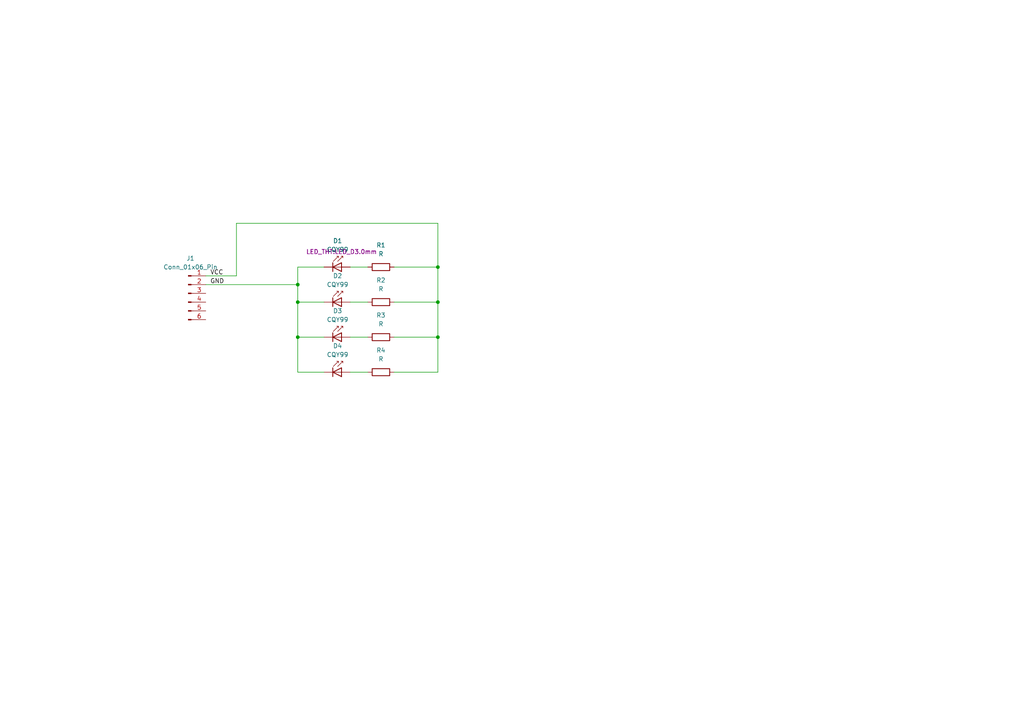
<source format=kicad_sch>
(kicad_sch
	(version 20250114)
	(generator "eeschema")
	(generator_version "9.0")
	(uuid "5707e342-92af-48c7-8bac-75c58529329a")
	(paper "A4")
	(lib_symbols
		(symbol "Connector:Conn_01x06_Pin"
			(pin_names
				(offset 1.016)
				(hide yes)
			)
			(exclude_from_sim no)
			(in_bom yes)
			(on_board yes)
			(property "Reference" "J"
				(at 0 7.62 0)
				(effects
					(font
						(size 1.27 1.27)
					)
				)
			)
			(property "Value" "Conn_01x06_Pin"
				(at 0 -10.16 0)
				(effects
					(font
						(size 1.27 1.27)
					)
				)
			)
			(property "Footprint" ""
				(at 0 0 0)
				(effects
					(font
						(size 1.27 1.27)
					)
					(hide yes)
				)
			)
			(property "Datasheet" "~"
				(at 0 0 0)
				(effects
					(font
						(size 1.27 1.27)
					)
					(hide yes)
				)
			)
			(property "Description" "Generic connector, single row, 01x06, script generated"
				(at 0 0 0)
				(effects
					(font
						(size 1.27 1.27)
					)
					(hide yes)
				)
			)
			(property "ki_locked" ""
				(at 0 0 0)
				(effects
					(font
						(size 1.27 1.27)
					)
				)
			)
			(property "ki_keywords" "connector"
				(at 0 0 0)
				(effects
					(font
						(size 1.27 1.27)
					)
					(hide yes)
				)
			)
			(property "ki_fp_filters" "Connector*:*_1x??_*"
				(at 0 0 0)
				(effects
					(font
						(size 1.27 1.27)
					)
					(hide yes)
				)
			)
			(symbol "Conn_01x06_Pin_1_1"
				(rectangle
					(start 0.8636 5.207)
					(end 0 4.953)
					(stroke
						(width 0.1524)
						(type default)
					)
					(fill
						(type outline)
					)
				)
				(rectangle
					(start 0.8636 2.667)
					(end 0 2.413)
					(stroke
						(width 0.1524)
						(type default)
					)
					(fill
						(type outline)
					)
				)
				(rectangle
					(start 0.8636 0.127)
					(end 0 -0.127)
					(stroke
						(width 0.1524)
						(type default)
					)
					(fill
						(type outline)
					)
				)
				(rectangle
					(start 0.8636 -2.413)
					(end 0 -2.667)
					(stroke
						(width 0.1524)
						(type default)
					)
					(fill
						(type outline)
					)
				)
				(rectangle
					(start 0.8636 -4.953)
					(end 0 -5.207)
					(stroke
						(width 0.1524)
						(type default)
					)
					(fill
						(type outline)
					)
				)
				(rectangle
					(start 0.8636 -7.493)
					(end 0 -7.747)
					(stroke
						(width 0.1524)
						(type default)
					)
					(fill
						(type outline)
					)
				)
				(polyline
					(pts
						(xy 1.27 5.08) (xy 0.8636 5.08)
					)
					(stroke
						(width 0.1524)
						(type default)
					)
					(fill
						(type none)
					)
				)
				(polyline
					(pts
						(xy 1.27 2.54) (xy 0.8636 2.54)
					)
					(stroke
						(width 0.1524)
						(type default)
					)
					(fill
						(type none)
					)
				)
				(polyline
					(pts
						(xy 1.27 0) (xy 0.8636 0)
					)
					(stroke
						(width 0.1524)
						(type default)
					)
					(fill
						(type none)
					)
				)
				(polyline
					(pts
						(xy 1.27 -2.54) (xy 0.8636 -2.54)
					)
					(stroke
						(width 0.1524)
						(type default)
					)
					(fill
						(type none)
					)
				)
				(polyline
					(pts
						(xy 1.27 -5.08) (xy 0.8636 -5.08)
					)
					(stroke
						(width 0.1524)
						(type default)
					)
					(fill
						(type none)
					)
				)
				(polyline
					(pts
						(xy 1.27 -7.62) (xy 0.8636 -7.62)
					)
					(stroke
						(width 0.1524)
						(type default)
					)
					(fill
						(type none)
					)
				)
				(pin passive line
					(at 5.08 5.08 180)
					(length 3.81)
					(name "Pin_1"
						(effects
							(font
								(size 1.27 1.27)
							)
						)
					)
					(number "1"
						(effects
							(font
								(size 1.27 1.27)
							)
						)
					)
				)
				(pin passive line
					(at 5.08 2.54 180)
					(length 3.81)
					(name "Pin_2"
						(effects
							(font
								(size 1.27 1.27)
							)
						)
					)
					(number "2"
						(effects
							(font
								(size 1.27 1.27)
							)
						)
					)
				)
				(pin passive line
					(at 5.08 0 180)
					(length 3.81)
					(name "Pin_3"
						(effects
							(font
								(size 1.27 1.27)
							)
						)
					)
					(number "3"
						(effects
							(font
								(size 1.27 1.27)
							)
						)
					)
				)
				(pin passive line
					(at 5.08 -2.54 180)
					(length 3.81)
					(name "Pin_4"
						(effects
							(font
								(size 1.27 1.27)
							)
						)
					)
					(number "4"
						(effects
							(font
								(size 1.27 1.27)
							)
						)
					)
				)
				(pin passive line
					(at 5.08 -5.08 180)
					(length 3.81)
					(name "Pin_5"
						(effects
							(font
								(size 1.27 1.27)
							)
						)
					)
					(number "5"
						(effects
							(font
								(size 1.27 1.27)
							)
						)
					)
				)
				(pin passive line
					(at 5.08 -7.62 180)
					(length 3.81)
					(name "Pin_6"
						(effects
							(font
								(size 1.27 1.27)
							)
						)
					)
					(number "6"
						(effects
							(font
								(size 1.27 1.27)
							)
						)
					)
				)
			)
			(embedded_fonts no)
		)
		(symbol "Device:R"
			(pin_numbers
				(hide yes)
			)
			(pin_names
				(offset 0)
			)
			(exclude_from_sim no)
			(in_bom yes)
			(on_board yes)
			(property "Reference" "R"
				(at 2.032 0 90)
				(effects
					(font
						(size 1.27 1.27)
					)
				)
			)
			(property "Value" "R"
				(at 0 0 90)
				(effects
					(font
						(size 1.27 1.27)
					)
				)
			)
			(property "Footprint" ""
				(at -1.778 0 90)
				(effects
					(font
						(size 1.27 1.27)
					)
					(hide yes)
				)
			)
			(property "Datasheet" "~"
				(at 0 0 0)
				(effects
					(font
						(size 1.27 1.27)
					)
					(hide yes)
				)
			)
			(property "Description" "Resistor"
				(at 0 0 0)
				(effects
					(font
						(size 1.27 1.27)
					)
					(hide yes)
				)
			)
			(property "ki_keywords" "R res resistor"
				(at 0 0 0)
				(effects
					(font
						(size 1.27 1.27)
					)
					(hide yes)
				)
			)
			(property "ki_fp_filters" "R_*"
				(at 0 0 0)
				(effects
					(font
						(size 1.27 1.27)
					)
					(hide yes)
				)
			)
			(symbol "R_0_1"
				(rectangle
					(start -1.016 -2.54)
					(end 1.016 2.54)
					(stroke
						(width 0.254)
						(type default)
					)
					(fill
						(type none)
					)
				)
			)
			(symbol "R_1_1"
				(pin passive line
					(at 0 3.81 270)
					(length 1.27)
					(name "~"
						(effects
							(font
								(size 1.27 1.27)
							)
						)
					)
					(number "1"
						(effects
							(font
								(size 1.27 1.27)
							)
						)
					)
				)
				(pin passive line
					(at 0 -3.81 90)
					(length 1.27)
					(name "~"
						(effects
							(font
								(size 1.27 1.27)
							)
						)
					)
					(number "2"
						(effects
							(font
								(size 1.27 1.27)
							)
						)
					)
				)
			)
			(embedded_fonts no)
		)
		(symbol "LED:CQY99"
			(pin_numbers
				(hide yes)
			)
			(pin_names
				(offset 1.016)
				(hide yes)
			)
			(exclude_from_sim no)
			(in_bom yes)
			(on_board yes)
			(property "Reference" "D"
				(at 0.508 1.778 0)
				(effects
					(font
						(size 1.27 1.27)
					)
					(justify left)
				)
			)
			(property "Value" "CQY99"
				(at -1.016 -2.794 0)
				(effects
					(font
						(size 1.27 1.27)
					)
				)
			)
			(property "Footprint" "LED_THT:LED_D5.0mm_IRGrey"
				(at 0 4.445 0)
				(effects
					(font
						(size 1.27 1.27)
					)
					(hide yes)
				)
			)
			(property "Datasheet" "https://www.prtice.info/IMG/pdf/CQY99.pdf"
				(at -1.27 0 0)
				(effects
					(font
						(size 1.27 1.27)
					)
					(hide yes)
				)
			)
			(property "Description" "950nm IR-LED, 5mm"
				(at 0 0 0)
				(effects
					(font
						(size 1.27 1.27)
					)
					(hide yes)
				)
			)
			(property "ki_keywords" "IR LED"
				(at 0 0 0)
				(effects
					(font
						(size 1.27 1.27)
					)
					(hide yes)
				)
			)
			(property "ki_fp_filters" "LED*5.0mm*IRGrey*"
				(at 0 0 0)
				(effects
					(font
						(size 1.27 1.27)
					)
					(hide yes)
				)
			)
			(symbol "CQY99_0_1"
				(polyline
					(pts
						(xy -2.54 1.27) (xy -2.54 -1.27)
					)
					(stroke
						(width 0.254)
						(type default)
					)
					(fill
						(type none)
					)
				)
				(polyline
					(pts
						(xy -2.413 1.651) (xy -0.889 3.175) (xy -0.889 2.667) (xy -0.889 3.175) (xy -1.397 3.175)
					)
					(stroke
						(width 0)
						(type default)
					)
					(fill
						(type none)
					)
				)
				(polyline
					(pts
						(xy -1.143 1.651) (xy 0.381 3.175) (xy 0.381 2.667)
					)
					(stroke
						(width 0)
						(type default)
					)
					(fill
						(type none)
					)
				)
				(polyline
					(pts
						(xy 0 0) (xy -2.54 0)
					)
					(stroke
						(width 0)
						(type default)
					)
					(fill
						(type none)
					)
				)
				(polyline
					(pts
						(xy 0 -1.27) (xy -2.54 0) (xy 0 1.27) (xy 0 -1.27)
					)
					(stroke
						(width 0.254)
						(type default)
					)
					(fill
						(type none)
					)
				)
				(polyline
					(pts
						(xy 0.381 3.175) (xy -0.127 3.175)
					)
					(stroke
						(width 0)
						(type default)
					)
					(fill
						(type none)
					)
				)
			)
			(symbol "CQY99_1_1"
				(pin passive line
					(at -5.08 0 0)
					(length 2.54)
					(name "K"
						(effects
							(font
								(size 1.27 1.27)
							)
						)
					)
					(number "1"
						(effects
							(font
								(size 1.27 1.27)
							)
						)
					)
				)
				(pin passive line
					(at 2.54 0 180)
					(length 2.54)
					(name "A"
						(effects
							(font
								(size 1.27 1.27)
							)
						)
					)
					(number "2"
						(effects
							(font
								(size 1.27 1.27)
							)
						)
					)
				)
			)
			(embedded_fonts no)
		)
	)
	(junction
		(at 86.36 87.63)
		(diameter 0)
		(color 0 0 0 0)
		(uuid "38007094-a6ed-4cd3-b693-a9191896b423")
	)
	(junction
		(at 127 87.63)
		(diameter 0)
		(color 0 0 0 0)
		(uuid "4c701200-bb45-4907-8a45-da6b31343490")
	)
	(junction
		(at 86.36 82.55)
		(diameter 0)
		(color 0 0 0 0)
		(uuid "50d3ef11-15f5-46d7-a689-a3b4abe1fd53")
	)
	(junction
		(at 127 97.79)
		(diameter 0)
		(color 0 0 0 0)
		(uuid "5778766d-9ad8-433c-a30f-4a7d6ebe41bc")
	)
	(junction
		(at 86.36 97.79)
		(diameter 0)
		(color 0 0 0 0)
		(uuid "7044fb90-90bd-48b1-bf58-9078fbf875ab")
	)
	(junction
		(at 127 77.47)
		(diameter 0)
		(color 0 0 0 0)
		(uuid "e0454e9f-4e94-43f1-ac61-afccd8467366")
	)
	(wire
		(pts
			(xy 86.36 87.63) (xy 86.36 82.55)
		)
		(stroke
			(width 0)
			(type default)
		)
		(uuid "072d780f-5975-4268-b0b8-f9b71d4738fd")
	)
	(wire
		(pts
			(xy 127 64.77) (xy 127 77.47)
		)
		(stroke
			(width 0)
			(type default)
		)
		(uuid "0abdb376-922c-44a8-8f80-eed3e1103e0a")
	)
	(wire
		(pts
			(xy 68.58 64.77) (xy 68.58 80.01)
		)
		(stroke
			(width 0)
			(type default)
		)
		(uuid "2341b7c5-5937-438c-b87a-b6e0b8a9e537")
	)
	(wire
		(pts
			(xy 127 87.63) (xy 127 97.79)
		)
		(stroke
			(width 0)
			(type default)
		)
		(uuid "2620ecb5-ace8-4048-b8ff-7e41fae3d5d2")
	)
	(wire
		(pts
			(xy 86.36 82.55) (xy 86.36 77.47)
		)
		(stroke
			(width 0)
			(type default)
		)
		(uuid "2dd8c928-3106-4bb8-865c-50d78c8372c4")
	)
	(wire
		(pts
			(xy 59.69 82.55) (xy 86.36 82.55)
		)
		(stroke
			(width 0)
			(type default)
		)
		(uuid "52100653-ae08-4b54-b74b-c881b6c9e225")
	)
	(wire
		(pts
			(xy 59.69 80.01) (xy 68.58 80.01)
		)
		(stroke
			(width 0)
			(type default)
		)
		(uuid "6b4d47ed-98db-4a3b-8420-63b6329df410")
	)
	(wire
		(pts
			(xy 86.36 87.63) (xy 93.98 87.63)
		)
		(stroke
			(width 0)
			(type default)
		)
		(uuid "6eea9508-636d-4ff2-86aa-239e3c548a14")
	)
	(wire
		(pts
			(xy 114.3 107.95) (xy 127 107.95)
		)
		(stroke
			(width 0)
			(type default)
		)
		(uuid "73516a17-3048-434f-954e-38685205ddf9")
	)
	(wire
		(pts
			(xy 114.3 87.63) (xy 127 87.63)
		)
		(stroke
			(width 0)
			(type default)
		)
		(uuid "7e1baf6e-7e95-489a-b633-6f48318303ee")
	)
	(wire
		(pts
			(xy 86.36 97.79) (xy 86.36 87.63)
		)
		(stroke
			(width 0)
			(type default)
		)
		(uuid "92dbe1aa-60b8-4a9f-870e-05ddb3cb9344")
	)
	(wire
		(pts
			(xy 101.6 87.63) (xy 106.68 87.63)
		)
		(stroke
			(width 0)
			(type default)
		)
		(uuid "a308e69e-5ea4-403d-9a78-45d50b60da15")
	)
	(wire
		(pts
			(xy 86.36 97.79) (xy 93.98 97.79)
		)
		(stroke
			(width 0)
			(type default)
		)
		(uuid "b0739d81-5705-42f2-a69b-c5b62c14a9fe")
	)
	(wire
		(pts
			(xy 86.36 107.95) (xy 93.98 107.95)
		)
		(stroke
			(width 0)
			(type default)
		)
		(uuid "b504a7da-f1f9-4393-8990-ee6b6fb3f8ec")
	)
	(wire
		(pts
			(xy 68.58 64.77) (xy 127 64.77)
		)
		(stroke
			(width 0)
			(type default)
		)
		(uuid "b615d58a-a798-4640-b868-ae4ed51aa47b")
	)
	(wire
		(pts
			(xy 127 77.47) (xy 127 87.63)
		)
		(stroke
			(width 0)
			(type default)
		)
		(uuid "b77cbb3f-e073-49b1-8f7f-78b0e094f9b7")
	)
	(wire
		(pts
			(xy 101.6 77.47) (xy 106.68 77.47)
		)
		(stroke
			(width 0)
			(type default)
		)
		(uuid "c4d08491-cbb6-41cc-9f01-168522c4f19d")
	)
	(wire
		(pts
			(xy 127 97.79) (xy 127 107.95)
		)
		(stroke
			(width 0)
			(type default)
		)
		(uuid "d0a70bba-778c-43ee-a7ce-663e983a270c")
	)
	(wire
		(pts
			(xy 101.6 107.95) (xy 106.68 107.95)
		)
		(stroke
			(width 0)
			(type default)
		)
		(uuid "d3abf54e-4cd5-4c6c-ab80-3e22e27a6281")
	)
	(wire
		(pts
			(xy 86.36 77.47) (xy 93.98 77.47)
		)
		(stroke
			(width 0)
			(type default)
		)
		(uuid "d47a34ea-ab47-4c73-b934-b343fdcc000c")
	)
	(wire
		(pts
			(xy 114.3 77.47) (xy 127 77.47)
		)
		(stroke
			(width 0)
			(type default)
		)
		(uuid "d5285382-eabf-4b35-bebd-7753022adf1a")
	)
	(wire
		(pts
			(xy 101.6 97.79) (xy 106.68 97.79)
		)
		(stroke
			(width 0)
			(type default)
		)
		(uuid "e309f987-88f3-48ed-af17-e53e2b8fbc26")
	)
	(wire
		(pts
			(xy 86.36 107.95) (xy 86.36 97.79)
		)
		(stroke
			(width 0)
			(type default)
		)
		(uuid "ef78a0a1-d1dd-4346-a336-d96100e2bc37")
	)
	(wire
		(pts
			(xy 114.3 97.79) (xy 127 97.79)
		)
		(stroke
			(width 0)
			(type default)
		)
		(uuid "f1c72417-62ea-4a5e-927c-26d7fc6a4ae4")
	)
	(label "GND"
		(at 60.96 82.55 0)
		(effects
			(font
				(size 1.27 1.27)
			)
			(justify left bottom)
		)
		(uuid "4094c6c3-968c-499f-9f6c-cca57651d00b")
	)
	(label "VCC"
		(at 60.96 80.01 0)
		(effects
			(font
				(size 1.27 1.27)
			)
			(justify left bottom)
		)
		(uuid "f16ada40-f90f-4e79-871c-1d1aa6b1d65e")
	)
	(symbol
		(lib_id "Device:R")
		(at 110.49 107.95 270)
		(unit 1)
		(exclude_from_sim no)
		(in_bom yes)
		(on_board yes)
		(dnp no)
		(fields_autoplaced yes)
		(uuid "034058f3-200a-4f82-967c-4969eca131d8")
		(property "Reference" "R4"
			(at 110.49 101.6 90)
			(effects
				(font
					(size 1.27 1.27)
				)
			)
		)
		(property "Value" "R"
			(at 110.49 104.14 90)
			(effects
				(font
					(size 1.27 1.27)
				)
			)
		)
		(property "Footprint" "Resistor_SMD:R_2512_6332Metric_Pad1.40x3.35mm_HandSolder"
			(at 110.49 106.172 90)
			(effects
				(font
					(size 1.27 1.27)
				)
				(hide yes)
			)
		)
		(property "Datasheet" "~"
			(at 110.49 107.95 0)
			(effects
				(font
					(size 1.27 1.27)
				)
				(hide yes)
			)
		)
		(property "Description" "Resistor"
			(at 110.49 107.95 0)
			(effects
				(font
					(size 1.27 1.27)
				)
				(hide yes)
			)
		)
		(pin "1"
			(uuid "b0691ae6-d8ce-465a-b3e9-37377467cf33")
		)
		(pin "2"
			(uuid "0e08711d-5ce2-4fc7-bfd8-563d34792394")
		)
		(instances
			(project "DAVE_SAO"
				(path "/5707e342-92af-48c7-8bac-75c58529329a"
					(reference "R4")
					(unit 1)
				)
			)
		)
	)
	(symbol
		(lib_id "Connector:Conn_01x06_Pin")
		(at 54.61 85.09 0)
		(unit 1)
		(exclude_from_sim no)
		(in_bom yes)
		(on_board yes)
		(dnp no)
		(fields_autoplaced yes)
		(uuid "17276ca5-bb51-4486-a7ac-0bdfd57b4cbd")
		(property "Reference" "J1"
			(at 55.245 74.93 0)
			(effects
				(font
					(size 1.27 1.27)
				)
			)
		)
		(property "Value" "Conn_01x06_Pin"
			(at 55.245 77.47 0)
			(effects
				(font
					(size 1.27 1.27)
				)
			)
		)
		(property "Footprint" "Conn_Header:PinHeader_2x03_P2.54mm_Vertical_SMD"
			(at 54.61 85.09 0)
			(effects
				(font
					(size 1.27 1.27)
				)
				(hide yes)
			)
		)
		(property "Datasheet" "~"
			(at 54.61 85.09 0)
			(effects
				(font
					(size 1.27 1.27)
				)
				(hide yes)
			)
		)
		(property "Description" "Generic connector, single row, 01x06, script generated"
			(at 54.61 85.09 0)
			(effects
				(font
					(size 1.27 1.27)
				)
				(hide yes)
			)
		)
		(pin "5"
			(uuid "1af83f22-9255-4016-bc86-8228c6afa39f")
		)
		(pin "6"
			(uuid "4bb5ddb9-3b9a-4ed1-8bca-eafb7cc95673")
		)
		(pin "2"
			(uuid "9a4967f2-4bdf-4d01-9722-a26609ffdcd3")
		)
		(pin "4"
			(uuid "ad471b91-37d9-45dd-addf-3c28763bac77")
		)
		(pin "3"
			(uuid "d7f53d17-7f29-4b0f-a1a7-9d0521700830")
		)
		(pin "1"
			(uuid "ad38a84d-8f77-4c3f-8611-d649f3a547af")
		)
		(instances
			(project ""
				(path "/5707e342-92af-48c7-8bac-75c58529329a"
					(reference "J1")
					(unit 1)
				)
			)
		)
	)
	(symbol
		(lib_id "Device:R")
		(at 110.49 77.47 270)
		(unit 1)
		(exclude_from_sim no)
		(in_bom yes)
		(on_board yes)
		(dnp no)
		(fields_autoplaced yes)
		(uuid "28aec58d-fe3c-4a95-9b3a-3009d37c2db3")
		(property "Reference" "R1"
			(at 110.49 71.12 90)
			(effects
				(font
					(size 1.27 1.27)
				)
			)
		)
		(property "Value" "R"
			(at 110.49 73.66 90)
			(effects
				(font
					(size 1.27 1.27)
				)
			)
		)
		(property "Footprint" "Resistor_SMD:R_2512_6332Metric_Pad1.40x3.35mm_HandSolder"
			(at 110.49 75.692 90)
			(effects
				(font
					(size 1.27 1.27)
				)
				(hide yes)
			)
		)
		(property "Datasheet" "~"
			(at 110.49 77.47 0)
			(effects
				(font
					(size 1.27 1.27)
				)
				(hide yes)
			)
		)
		(property "Description" "Resistor"
			(at 110.49 77.47 0)
			(effects
				(font
					(size 1.27 1.27)
				)
				(hide yes)
			)
		)
		(pin "1"
			(uuid "f43e5d48-9982-4b8c-aff0-85f694b80736")
		)
		(pin "2"
			(uuid "44882401-2e05-439b-9df7-897f9b0c4a09")
		)
		(instances
			(project ""
				(path "/5707e342-92af-48c7-8bac-75c58529329a"
					(reference "R1")
					(unit 1)
				)
			)
		)
	)
	(symbol
		(lib_id "LED:CQY99")
		(at 99.06 97.79 0)
		(unit 1)
		(exclude_from_sim no)
		(in_bom yes)
		(on_board yes)
		(dnp no)
		(fields_autoplaced yes)
		(uuid "496b9946-7db3-48db-8374-106b5eb3e30e")
		(property "Reference" "D3"
			(at 97.917 90.17 0)
			(effects
				(font
					(size 1.27 1.27)
				)
			)
		)
		(property "Value" "CQY99"
			(at 97.917 92.71 0)
			(effects
				(font
					(size 1.27 1.27)
				)
			)
		)
		(property "Footprint" "LED_THT:LED_D3.0mm"
			(at 99.06 93.345 0)
			(effects
				(font
					(size 1.27 1.27)
				)
				(hide yes)
			)
		)
		(property "Datasheet" "https://www.prtice.info/IMG/pdf/CQY99.pdf"
			(at 97.79 97.79 0)
			(effects
				(font
					(size 1.27 1.27)
				)
				(hide yes)
			)
		)
		(property "Description" "950nm IR-LED, 5mm"
			(at 99.06 97.79 0)
			(effects
				(font
					(size 1.27 1.27)
				)
				(hide yes)
			)
		)
		(pin "2"
			(uuid "7e89f6cb-3794-4b30-bd11-890519a388f8")
		)
		(pin "1"
			(uuid "4de1660f-f004-407e-a3ef-748ec0861508")
		)
		(instances
			(project "DAVE_SAO"
				(path "/5707e342-92af-48c7-8bac-75c58529329a"
					(reference "D3")
					(unit 1)
				)
			)
		)
	)
	(symbol
		(lib_id "LED:CQY99")
		(at 99.06 77.47 0)
		(unit 1)
		(exclude_from_sim no)
		(in_bom yes)
		(on_board yes)
		(dnp no)
		(fields_autoplaced yes)
		(uuid "8a62e424-fa2a-44e0-a63a-8606e70cbfa5")
		(property "Reference" "D1"
			(at 97.917 69.85 0)
			(effects
				(font
					(size 1.27 1.27)
				)
			)
		)
		(property "Value" "CQY99"
			(at 97.917 72.39 0)
			(effects
				(font
					(size 1.27 1.27)
				)
			)
		)
		(property "Footprint" "LED_THT:LED_D3.0mm"
			(at 99.06 73.025 0)
			(effects
				(font
					(size 1.27 1.27)
				)
			)
		)
		(property "Datasheet" "https://www.prtice.info/IMG/pdf/CQY99.pdf"
			(at 97.79 77.47 0)
			(effects
				(font
					(size 1.27 1.27)
				)
				(hide yes)
			)
		)
		(property "Description" "950nm IR-LED, 5mm"
			(at 99.06 77.47 0)
			(effects
				(font
					(size 1.27 1.27)
				)
				(hide yes)
			)
		)
		(pin "2"
			(uuid "12e185e1-ffba-43cd-84ba-066512afdcd6")
		)
		(pin "1"
			(uuid "26d2783d-e3d6-416c-8612-2f4c67265099")
		)
		(instances
			(project "DAVE_SAO"
				(path "/5707e342-92af-48c7-8bac-75c58529329a"
					(reference "D1")
					(unit 1)
				)
			)
		)
	)
	(symbol
		(lib_id "LED:CQY99")
		(at 99.06 107.95 0)
		(unit 1)
		(exclude_from_sim no)
		(in_bom yes)
		(on_board yes)
		(dnp no)
		(fields_autoplaced yes)
		(uuid "9aca64a4-9b73-4b0f-8fe3-e48e2cbc37b1")
		(property "Reference" "D4"
			(at 97.917 100.33 0)
			(effects
				(font
					(size 1.27 1.27)
				)
			)
		)
		(property "Value" "CQY99"
			(at 97.917 102.87 0)
			(effects
				(font
					(size 1.27 1.27)
				)
			)
		)
		(property "Footprint" "LED_THT:LED_D3.0mm"
			(at 99.06 103.505 0)
			(effects
				(font
					(size 1.27 1.27)
				)
				(hide yes)
			)
		)
		(property "Datasheet" "https://www.prtice.info/IMG/pdf/CQY99.pdf"
			(at 97.79 107.95 0)
			(effects
				(font
					(size 1.27 1.27)
				)
				(hide yes)
			)
		)
		(property "Description" "950nm IR-LED, 5mm"
			(at 99.06 107.95 0)
			(effects
				(font
					(size 1.27 1.27)
				)
				(hide yes)
			)
		)
		(pin "2"
			(uuid "4347faf9-4dfd-4110-82f1-c60e05579c11")
		)
		(pin "1"
			(uuid "85800053-1166-49c8-83c8-30fc54d59204")
		)
		(instances
			(project "DAVE_SAO"
				(path "/5707e342-92af-48c7-8bac-75c58529329a"
					(reference "D4")
					(unit 1)
				)
			)
		)
	)
	(symbol
		(lib_id "Device:R")
		(at 110.49 97.79 270)
		(unit 1)
		(exclude_from_sim no)
		(in_bom yes)
		(on_board yes)
		(dnp no)
		(fields_autoplaced yes)
		(uuid "a09f5ac3-bd57-4489-b06b-89c49716ce51")
		(property "Reference" "R3"
			(at 110.49 91.44 90)
			(effects
				(font
					(size 1.27 1.27)
				)
			)
		)
		(property "Value" "R"
			(at 110.49 93.98 90)
			(effects
				(font
					(size 1.27 1.27)
				)
			)
		)
		(property "Footprint" "Resistor_SMD:R_2512_6332Metric_Pad1.40x3.35mm_HandSolder"
			(at 110.49 96.012 90)
			(effects
				(font
					(size 1.27 1.27)
				)
				(hide yes)
			)
		)
		(property "Datasheet" "~"
			(at 110.49 97.79 0)
			(effects
				(font
					(size 1.27 1.27)
				)
				(hide yes)
			)
		)
		(property "Description" "Resistor"
			(at 110.49 97.79 0)
			(effects
				(font
					(size 1.27 1.27)
				)
				(hide yes)
			)
		)
		(pin "1"
			(uuid "f0d4539b-84dc-41da-b39b-33095f1a5346")
		)
		(pin "2"
			(uuid "7ac3a743-64dd-418b-a207-ba874b726d10")
		)
		(instances
			(project "DAVE_SAO"
				(path "/5707e342-92af-48c7-8bac-75c58529329a"
					(reference "R3")
					(unit 1)
				)
			)
		)
	)
	(symbol
		(lib_id "LED:CQY99")
		(at 99.06 87.63 0)
		(unit 1)
		(exclude_from_sim no)
		(in_bom yes)
		(on_board yes)
		(dnp no)
		(fields_autoplaced yes)
		(uuid "a935f124-575f-4d1b-9b09-d9b53a73ef07")
		(property "Reference" "D2"
			(at 97.917 80.01 0)
			(effects
				(font
					(size 1.27 1.27)
				)
			)
		)
		(property "Value" "CQY99"
			(at 97.917 82.55 0)
			(effects
				(font
					(size 1.27 1.27)
				)
			)
		)
		(property "Footprint" "LED_THT:LED_D3.0mm"
			(at 99.06 83.185 0)
			(effects
				(font
					(size 1.27 1.27)
				)
				(hide yes)
			)
		)
		(property "Datasheet" "https://www.prtice.info/IMG/pdf/CQY99.pdf"
			(at 97.79 87.63 0)
			(effects
				(font
					(size 1.27 1.27)
				)
				(hide yes)
			)
		)
		(property "Description" "950nm IR-LED, 5mm"
			(at 99.06 87.63 0)
			(effects
				(font
					(size 1.27 1.27)
				)
				(hide yes)
			)
		)
		(pin "2"
			(uuid "e2b7d021-5c63-4528-acfd-8dff30723f28")
		)
		(pin "1"
			(uuid "59515310-4bb4-4951-9d6a-ea74dd8001c1")
		)
		(instances
			(project "DAVE_SAO"
				(path "/5707e342-92af-48c7-8bac-75c58529329a"
					(reference "D2")
					(unit 1)
				)
			)
		)
	)
	(symbol
		(lib_id "Device:R")
		(at 110.49 87.63 270)
		(unit 1)
		(exclude_from_sim no)
		(in_bom yes)
		(on_board yes)
		(dnp no)
		(fields_autoplaced yes)
		(uuid "bf2e1721-d4d7-4a76-b5bc-2532536038a1")
		(property "Reference" "R2"
			(at 110.49 81.28 90)
			(effects
				(font
					(size 1.27 1.27)
				)
			)
		)
		(property "Value" "R"
			(at 110.49 83.82 90)
			(effects
				(font
					(size 1.27 1.27)
				)
			)
		)
		(property "Footprint" "Resistor_SMD:R_2512_6332Metric_Pad1.40x3.35mm_HandSolder"
			(at 110.49 85.852 90)
			(effects
				(font
					(size 1.27 1.27)
				)
				(hide yes)
			)
		)
		(property "Datasheet" "~"
			(at 110.49 87.63 0)
			(effects
				(font
					(size 1.27 1.27)
				)
				(hide yes)
			)
		)
		(property "Description" "Resistor"
			(at 110.49 87.63 0)
			(effects
				(font
					(size 1.27 1.27)
				)
				(hide yes)
			)
		)
		(pin "1"
			(uuid "e2c18121-1ddd-430a-9056-a55bed3ece54")
		)
		(pin "2"
			(uuid "789745ac-24ab-4d0e-95e2-cee882723699")
		)
		(instances
			(project "DAVE_SAO"
				(path "/5707e342-92af-48c7-8bac-75c58529329a"
					(reference "R2")
					(unit 1)
				)
			)
		)
	)
	(sheet_instances
		(path "/"
			(page "1")
		)
	)
	(embedded_fonts no)
)

</source>
